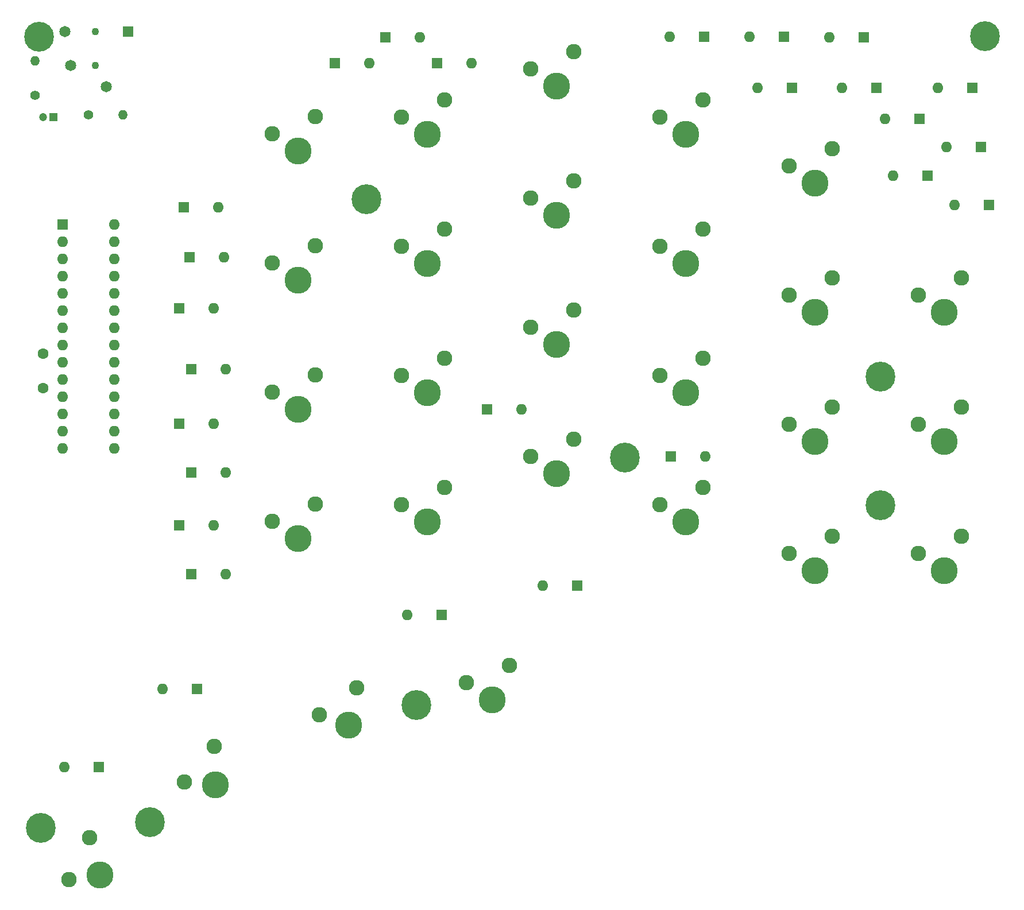
<source format=gbr>
%TF.GenerationSoftware,KiCad,Pcbnew,(6.0.5)*%
%TF.CreationDate,2022-07-25T14:12:34-03:00*%
%TF.ProjectId,bluejay_right,626c7565-6a61-4795-9f72-696768742e6b,rev?*%
%TF.SameCoordinates,Original*%
%TF.FileFunction,Soldermask,Bot*%
%TF.FilePolarity,Negative*%
%FSLAX46Y46*%
G04 Gerber Fmt 4.6, Leading zero omitted, Abs format (unit mm)*
G04 Created by KiCad (PCBNEW (6.0.5)) date 2022-07-25 14:12:34*
%MOMM*%
%LPD*%
G01*
G04 APERTURE LIST*
%ADD10C,4.400000*%
%ADD11C,3.987800*%
%ADD12C,2.286000*%
%ADD13R,1.600000X1.600000*%
%ADD14O,1.600000X1.600000*%
%ADD15C,1.100000*%
%ADD16R,1.650000X1.650000*%
%ADD17C,1.650000*%
%ADD18R,1.200000X1.200000*%
%ADD19C,1.200000*%
%ADD20C,1.400000*%
%ADD21O,1.400000X1.400000*%
%ADD22C,1.600000*%
G04 APERTURE END LIST*
D10*
%TO.C,H5*%
X29150000Y-9550000D03*
%TD*%
D11*
%TO.C,SWd1*%
X38100000Y38100000D03*
D12*
X40640000Y43180000D03*
X34290000Y40640000D03*
%TD*%
D10*
%TO.C,H3*%
X-9000000Y28600000D03*
%TD*%
%TO.C,H4*%
X66800000Y2400000D03*
%TD*%
D13*
%TO.C,Dc4*%
X8770000Y-2400000D03*
D14*
X13850000Y-2400000D03*
%TD*%
D13*
%TO.C,Db2*%
X-34836300Y3500000D03*
D14*
X-29756300Y3500000D03*
%TD*%
D13*
%TO.C,Db3*%
X-34836300Y-11750000D03*
D14*
X-29756300Y-11750000D03*
%TD*%
D11*
%TO.C,SWb5*%
X-31271200Y-57826300D03*
D12*
X-31413429Y-52148468D03*
X-35827688Y-57372300D03*
%TD*%
D15*
%TO.C,J2*%
X-48950000Y53300000D03*
X-48950000Y48300000D03*
D16*
X-44150000Y53300000D03*
D17*
X-52550000Y48300000D03*
X-47350000Y45200000D03*
X-53450000Y53300000D03*
%TD*%
D11*
%TO.C,SWb1*%
X0Y38100000D03*
D12*
X2540000Y43180000D03*
X-3810000Y40640000D03*
%TD*%
D11*
%TO.C,SWd3*%
X38100000Y0D03*
D12*
X40640000Y5080000D03*
X34290000Y2540000D03*
%TD*%
D18*
%TO.C,C6*%
X-55150000Y40650000D03*
D19*
X-56650000Y40650000D03*
%TD*%
D13*
%TO.C,Db1*%
X-35086300Y20000000D03*
D14*
X-30006300Y20000000D03*
%TD*%
D13*
%TO.C,Df4*%
X82817500Y27750000D03*
D14*
X77737500Y27750000D03*
%TD*%
D13*
%TO.C,Df3*%
X81630000Y36250000D03*
D14*
X76550000Y36250000D03*
%TD*%
D11*
%TO.C,SWf2*%
X76200000Y11906300D03*
D12*
X78740000Y16986300D03*
X72390000Y14446300D03*
%TD*%
D10*
%TO.C,H2*%
X-57200000Y52500000D03*
%TD*%
D13*
%TO.C,De1*%
X64317500Y52450000D03*
D14*
X59237500Y52450000D03*
%TD*%
D10*
%TO.C,H1*%
X82200000Y52600000D03*
%TD*%
D11*
%TO.C,SWd4*%
X38100000Y-19050000D03*
D12*
X40640000Y-13970000D03*
X34290000Y-16510000D03*
%TD*%
D10*
%TO.C,H7*%
X-1600000Y-46000000D03*
%TD*%
D11*
%TO.C,SWf4*%
X76200000Y-26193800D03*
D12*
X78740000Y-21113800D03*
X72390000Y-23653800D03*
%TD*%
D11*
%TO.C,SWa3*%
X-19050000Y-2381300D03*
D12*
X-16510000Y2698700D03*
X-22860000Y158700D03*
%TD*%
D11*
%TO.C,SWc3*%
X19050000Y7143800D03*
D12*
X21590000Y12223800D03*
X15240000Y9683800D03*
%TD*%
D13*
%TO.C,Da2*%
X-36586300Y12500000D03*
D14*
X-31506300Y12500000D03*
%TD*%
D10*
%TO.C,H8*%
X-40900000Y-63300000D03*
%TD*%
D11*
%TO.C,SWd2*%
X38100000Y19050000D03*
D12*
X40640000Y24130000D03*
X34290000Y21590000D03*
%TD*%
D11*
%TO.C,SWb2*%
X0Y19050000D03*
D12*
X2540000Y24130000D03*
X-3810000Y21590000D03*
%TD*%
D13*
%TO.C,Da3*%
X-36586300Y-4500000D03*
D14*
X-31506300Y-4500000D03*
%TD*%
D11*
%TO.C,SWf3*%
X76200000Y-7143800D03*
D12*
X78740000Y-2063800D03*
X72390000Y-4603800D03*
%TD*%
D20*
%TO.C,R6*%
X-57850000Y43900000D03*
D21*
X-57850000Y48980000D03*
%TD*%
D11*
%TO.C,SWb3*%
X0Y0D03*
D12*
X2540000Y5080000D03*
X-3810000Y2540000D03*
%TD*%
D13*
%TO.C,Dd4*%
X35882500Y-9400000D03*
D14*
X40962500Y-9400000D03*
%TD*%
D11*
%TO.C,SWe4*%
X57150000Y-26193800D03*
D12*
X59690000Y-21113800D03*
X53340000Y-23653800D03*
%TD*%
D11*
%TO.C,SWa2*%
X-19050000Y16668800D03*
D12*
X-16510000Y21748800D03*
X-22860000Y19208800D03*
%TD*%
D11*
%TO.C,SWb4*%
X0Y-19050000D03*
D12*
X2540000Y-13970000D03*
X-3810000Y-16510000D03*
%TD*%
D13*
%TO.C,Dd1*%
X40830000Y52500000D03*
D14*
X35750000Y52500000D03*
%TD*%
D11*
%TO.C,SWa1*%
X-19050000Y35718800D03*
D12*
X-16510000Y40798800D03*
X-22860000Y38258800D03*
%TD*%
D11*
%TO.C,SWe3*%
X57150000Y-7143800D03*
D12*
X59690000Y-2063800D03*
X53340000Y-4603800D03*
%TD*%
D13*
%TO.C,Dd3*%
X53780000Y44950000D03*
D14*
X48700000Y44950000D03*
%TD*%
D13*
%TO.C,Db4*%
X-34817500Y-26750000D03*
D14*
X-29737500Y-26750000D03*
%TD*%
D11*
%TO.C,SWc1*%
X19050000Y45243800D03*
D12*
X21590000Y50323800D03*
X15240000Y47783800D03*
%TD*%
D13*
%TO.C,De3*%
X72580000Y40450000D03*
D14*
X67500000Y40450000D03*
%TD*%
D10*
%TO.C,H9*%
X-56950000Y-64150000D03*
%TD*%
D13*
%TO.C,Dc1*%
X-6180000Y52450000D03*
D14*
X-1100000Y52450000D03*
%TD*%
D20*
%TO.C,R5*%
X-49990000Y41000000D03*
D21*
X-44910000Y41000000D03*
%TD*%
D11*
%TO.C,SWc5*%
X-11631200Y-49016300D03*
D12*
X-10395612Y-43472716D03*
X-15942508Y-47473471D03*
%TD*%
D11*
%TO.C,SWa4*%
X-19050000Y-21431300D03*
D12*
X-16510000Y-16351300D03*
X-22860000Y-18891300D03*
%TD*%
D13*
%TO.C,Dc3*%
X-13630000Y48600000D03*
D14*
X-8550000Y48600000D03*
%TD*%
D13*
%TO.C,Dd2*%
X52580000Y52500000D03*
D14*
X47500000Y52500000D03*
%TD*%
D22*
%TO.C,C7*%
X-56650000Y5750000D03*
X-56650000Y750000D03*
%TD*%
D11*
%TO.C,SWd5*%
X9525000Y-45243800D03*
D12*
X12065000Y-40163800D03*
X5715000Y-42703800D03*
%TD*%
D13*
%TO.C,Dd5*%
X22117500Y-28400000D03*
D14*
X17037500Y-28400000D03*
%TD*%
D13*
%TO.C,U2*%
X-53750000Y24825000D03*
D14*
X-53750000Y22285000D03*
X-53750000Y19745000D03*
X-53750000Y17205000D03*
X-53750000Y14665000D03*
X-53750000Y12125000D03*
X-53750000Y9585000D03*
X-53750000Y7045000D03*
X-53750000Y4505000D03*
X-53750000Y1965000D03*
X-53750000Y-575000D03*
X-53750000Y-3115000D03*
X-53750000Y-5655000D03*
X-53750000Y-8195000D03*
X-46130000Y-8195000D03*
X-46130000Y-5655000D03*
X-46130000Y-3115000D03*
X-46130000Y-575000D03*
X-46130000Y1965000D03*
X-46130000Y4505000D03*
X-46130000Y7045000D03*
X-46130000Y9585000D03*
X-46130000Y12125000D03*
X-46130000Y14665000D03*
X-46130000Y17205000D03*
X-46130000Y19745000D03*
X-46130000Y22285000D03*
X-46130000Y24825000D03*
%TD*%
D11*
%TO.C,SWc4*%
X19050000Y-11906300D03*
D12*
X21590000Y-6826300D03*
X15240000Y-9366300D03*
%TD*%
D13*
%TO.C,Dc2*%
X1470000Y48600000D03*
D14*
X6550000Y48600000D03*
%TD*%
D11*
%TO.C,SWe2*%
X57150000Y11906300D03*
D12*
X59690000Y16986300D03*
X53340000Y14446300D03*
%TD*%
D13*
%TO.C,De2*%
X66230000Y44950000D03*
D14*
X61150000Y44950000D03*
%TD*%
D13*
%TO.C,Dc5*%
X2130000Y-32700000D03*
D14*
X-2950000Y-32700000D03*
%TD*%
D13*
%TO.C,Df2*%
X80380000Y44950000D03*
D14*
X75300000Y44950000D03*
%TD*%
D11*
%TO.C,SWc2*%
X19050000Y26193800D03*
D12*
X21590000Y31273800D03*
X15240000Y28733800D03*
%TD*%
D13*
%TO.C,Da4*%
X-36567500Y-19500000D03*
D14*
X-31487500Y-19500000D03*
%TD*%
D13*
%TO.C,Db5*%
X-33970000Y-43650000D03*
D14*
X-39050000Y-43650000D03*
%TD*%
D11*
%TO.C,SWa5*%
X-48270000Y-71060000D03*
D12*
X-49781596Y-65585233D03*
X-52800974Y-71721800D03*
%TD*%
D13*
%TO.C,De4*%
X73780000Y32000000D03*
D14*
X68700000Y32000000D03*
%TD*%
D11*
%TO.C,SWe1*%
X57150000Y30956300D03*
D12*
X59690000Y36036300D03*
X53340000Y33496300D03*
%TD*%
D13*
%TO.C,Da1*%
X-35930000Y27400000D03*
D14*
X-30850000Y27400000D03*
%TD*%
D10*
%TO.C,H6*%
X66800000Y-16600000D03*
%TD*%
D13*
%TO.C,Da5*%
X-48470000Y-55200000D03*
D14*
X-53550000Y-55200000D03*
%TD*%
M02*

</source>
